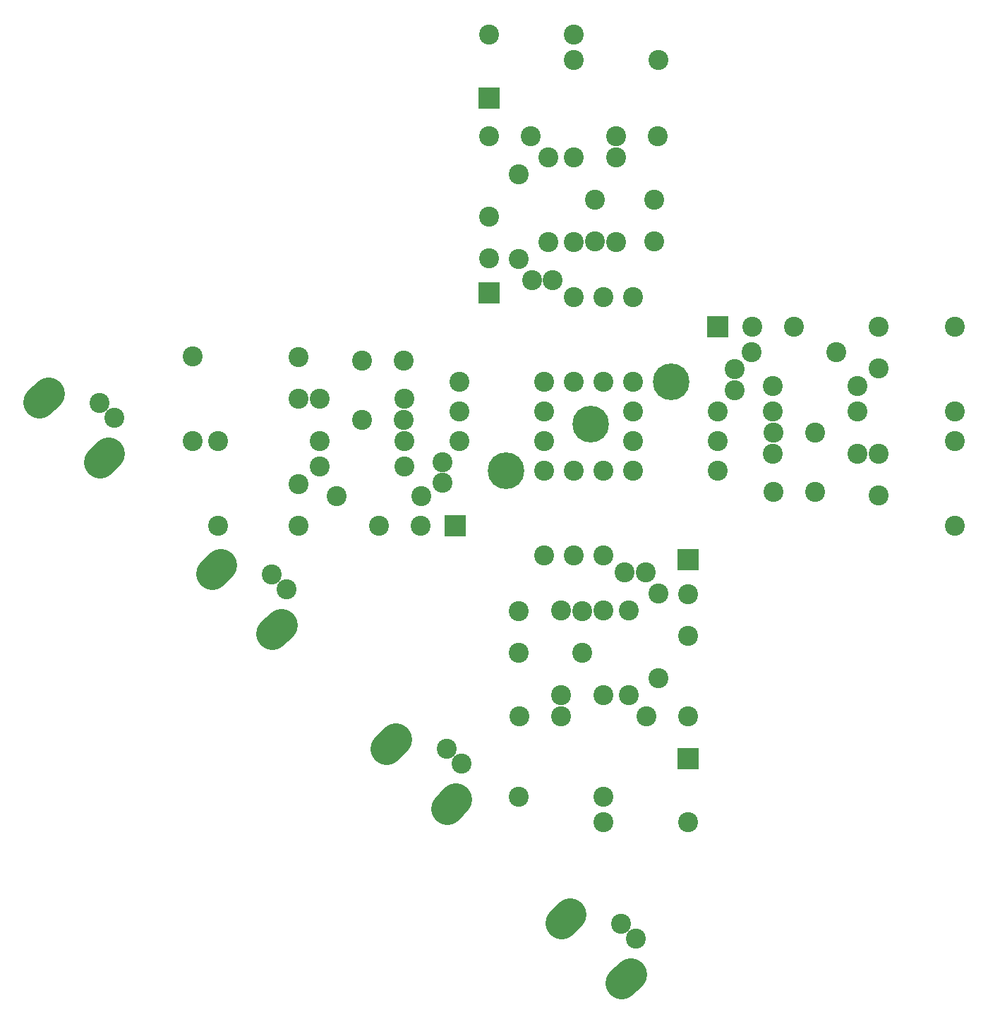
<source format=gbr>
G04 #@! TF.FileFunction,Soldermask,Top*
%FSLAX46Y46*%
G04 Gerber Fmt 4.6, Leading zero omitted, Abs format (unit mm)*
G04 Created by KiCad (PCBNEW 4.0.1-stable) date 24/02/2016 16:46:15*
%MOMM*%
G01*
G04 APERTURE LIST*
%ADD10C,0.100000*%
%ADD11C,3.900120*%
%ADD12C,2.400000*%
%ADD13C,4.400000*%
%ADD14C,2.398980*%
%ADD15R,2.635200X2.635200*%
G04 APERTURE END LIST*
D10*
D11*
X82842797Y-89466553D02*
X83904263Y-88405087D01*
X75631651Y-82255407D02*
X76693117Y-81193941D01*
D12*
X82784425Y-82315575D03*
X84551739Y-84082890D03*
D11*
X103543797Y-110040553D02*
X104605263Y-108979087D01*
X96332651Y-102829407D02*
X97394117Y-101767941D01*
D12*
X103485425Y-102889575D03*
X105252739Y-104656890D03*
D11*
X145453797Y-151950553D02*
X146515263Y-150889087D01*
X138242651Y-144739407D02*
X139304117Y-143677941D01*
D12*
X145395425Y-144799575D03*
X147162739Y-146566890D03*
D11*
X124498797Y-130995553D02*
X125560263Y-129934087D01*
X117287651Y-123784407D02*
X118349117Y-122722941D01*
D12*
X124440425Y-123844575D03*
X126207739Y-125611890D03*
D13*
X151384000Y-79756000D03*
X131572000Y-90424000D03*
X141732000Y-84836000D03*
D12*
X176276000Y-88392000D03*
X176276000Y-93392000D03*
X114300000Y-77216000D03*
X119300000Y-77216000D03*
X159004000Y-80772000D03*
X159004000Y-78272000D03*
X168656000Y-85852000D03*
X163656000Y-85852000D03*
X140716000Y-112268000D03*
X140716000Y-107268000D03*
D14*
X143256000Y-132588000D03*
X153416000Y-132588000D03*
D12*
X153416000Y-110236000D03*
X153416000Y-105236000D03*
X153416000Y-119888000D03*
X148416000Y-119888000D03*
X133096000Y-112268000D03*
X133096000Y-107268000D03*
X145796000Y-102616000D03*
X148296000Y-102616000D03*
X138176000Y-119888000D03*
X133176000Y-119888000D03*
D14*
X133096000Y-129540000D03*
X143256000Y-129540000D03*
X146304000Y-107188000D03*
X146304000Y-117348000D03*
X138176000Y-107188000D03*
X138176000Y-117348000D03*
X143256000Y-100584000D03*
X143256000Y-90424000D03*
X143256000Y-117348000D03*
X143256000Y-107188000D03*
X149860000Y-105156000D03*
X149860000Y-115316000D03*
X136144000Y-100584000D03*
X136144000Y-90424000D03*
X139700000Y-100584000D03*
X139700000Y-90424000D03*
D15*
X153416000Y-101092000D03*
D12*
X114300000Y-84328000D03*
X119300000Y-84328000D03*
X123952000Y-89408000D03*
X123952000Y-91908000D03*
X168656000Y-92964000D03*
X163656000Y-92964000D03*
X106680000Y-81788000D03*
X106680000Y-76788000D03*
X176276000Y-73152000D03*
X176276000Y-78152000D03*
X166116000Y-73152000D03*
X161116000Y-73152000D03*
X106680000Y-97028000D03*
X106680000Y-92028000D03*
X129540000Y-59944000D03*
X129540000Y-64944000D03*
X142240000Y-57912000D03*
X142240000Y-62912000D03*
X137160000Y-67564000D03*
X134660000Y-67564000D03*
X149352000Y-57912000D03*
X149352000Y-62912000D03*
X144780000Y-50292000D03*
X149780000Y-50292000D03*
X129540000Y-50292000D03*
X134540000Y-50292000D03*
X116332000Y-97028000D03*
X121332000Y-97028000D03*
D15*
X129540000Y-69088000D03*
X125476000Y-97028000D03*
X153416000Y-124968000D03*
X156972000Y-73152000D03*
X129540000Y-45720000D03*
D14*
X156972000Y-86868000D03*
X146812000Y-86868000D03*
X156972000Y-90424000D03*
X146812000Y-90424000D03*
X125984000Y-83312000D03*
X136144000Y-83312000D03*
X161036000Y-76200000D03*
X171196000Y-76200000D03*
X173736000Y-83312000D03*
X163576000Y-83312000D03*
X156972000Y-83312000D03*
X146812000Y-83312000D03*
X125984000Y-79756000D03*
X136144000Y-79756000D03*
X121412000Y-93472000D03*
X111252000Y-93472000D03*
X109220000Y-86868000D03*
X119380000Y-86868000D03*
X125984000Y-86868000D03*
X136144000Y-86868000D03*
X163576000Y-88392000D03*
X173736000Y-88392000D03*
X185420000Y-83312000D03*
X185420000Y-73152000D03*
X163576000Y-80264000D03*
X173736000Y-80264000D03*
X185420000Y-97028000D03*
X185420000Y-86868000D03*
X119380000Y-81788000D03*
X109220000Y-81788000D03*
D12*
X93980000Y-86868000D03*
X93980000Y-76708000D03*
D14*
X119380000Y-89916000D03*
X109220000Y-89916000D03*
X97028000Y-97028000D03*
X97028000Y-86868000D03*
X143256000Y-69596000D03*
X143256000Y-79756000D03*
X146812000Y-69596000D03*
X146812000Y-79756000D03*
X133096000Y-65024000D03*
X133096000Y-54864000D03*
X139700000Y-52832000D03*
X139700000Y-62992000D03*
X139700000Y-69596000D03*
X139700000Y-79756000D03*
X144780000Y-62992000D03*
X144780000Y-52832000D03*
X139700000Y-41148000D03*
X149860000Y-41148000D03*
X136652000Y-62992000D03*
X136652000Y-52832000D03*
X129540000Y-38100000D03*
X139700000Y-38100000D03*
M02*

</source>
